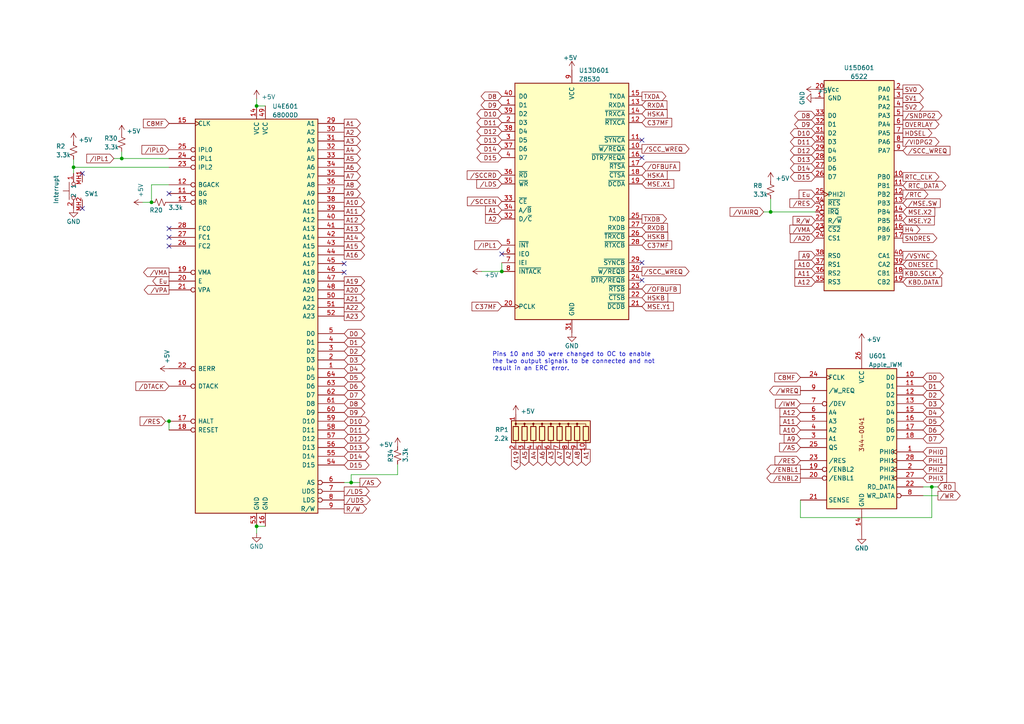
<source format=kicad_sch>
(kicad_sch (version 20211123) (generator eeschema)
  (paper "A4")
  (title_block (title "Schematic, Main Logic Board, 128k") (date "2023-01-28") (rev "Redraw 001") (company "Apple Computer") (comment 1 "050-0073-C") (comment 2 "Release"))
  (lib_symbols
    (symbol "CPU_NXP_68000:68000D" (pin_names (offset 0.762))
      (property "Reference" "U" (at 0 2.54 0))
      (property "Value" "68000D" (at 0 -3.81 0))
      (symbol "68000D_0_1"
        (rectangle (start -17.78 57.15) (end 17.78 -57.15) (stroke (width 0.254)) (fill (type background)))
      )
      (symbol "68000D_1_1"
        (pin bidirectional line (at 25.4 -15.24 180) (length 7.62) (name "D4") (number "1"))
        (pin input inverted (at -25.4 -20.32 0) (length 7.62) (name "DTACK") (number "10"))
        (pin output inverted (at -25.4 35.56 0) (length 7.62) (name "BG") (number "11"))
        (pin input inverted (at -25.4 38.1 0) (length 7.62) (name "BGACK") (number "12"))
        (pin input inverted (at -25.4 33.02 0) (length 7.62) (name "BR") (number "13"))
        (pin power_in line (at 0 60.96 270) (length 3.81) (name "VCC") (number "14"))
        (pin input clock (at -25.4 55.88 0) (length 7.62) (name "CLK") (number "15"))
        (pin power_in line (at 2.54 -60.96 90) (length 3.81) (name "GND") (number "16"))
        (pin bidirectional inverted (at -25.4 -30.48 0) (length 7.62) (name "HALT") (number "17"))
        (pin bidirectional inverted (at -25.4 -33.02 0) (length 7.62) (name "RESET") (number "18"))
        (pin output inverted (at -25.4 12.7 0) (length 7.62) (name "VMA") (number "19"))
        (pin bidirectional line (at 25.4 -12.7 180) (length 7.62) (name "D3") (number "2"))
        (pin output line (at -25.4 10.16 0) (length 7.62) (name "E") (number "20"))
        (pin input inverted (at -25.4 7.62 0) (length 7.62) (name "VPA") (number "21"))
        (pin input inverted (at -25.4 -15.24 0) (length 7.62) (name "BERR") (number "22"))
        (pin input inverted (at -25.4 43.18 0) (length 7.62) (name "IPL2") (number "23"))
        (pin input inverted (at -25.4 45.72 0) (length 7.62) (name "IPL1") (number "24"))
        (pin input inverted (at -25.4 48.26 0) (length 7.62) (name "IPL0") (number "25"))
        (pin output line (at -25.4 20.32 0) (length 7.62) (name "FC2") (number "26"))
        (pin output line (at -25.4 22.86 0) (length 7.62) (name "FC1") (number "27"))
        (pin output line (at -25.4 25.4 0) (length 7.62) (name "FC0") (number "28"))
        (pin output line (at 25.4 55.88 180) (length 7.62) (name "A1") (number "29"))
        (pin bidirectional line (at 25.4 -10.16 180) (length 7.62) (name "D2") (number "3"))
        (pin output line (at 25.4 53.34 180) (length 7.62) (name "A2") (number "30"))
        (pin output line (at 25.4 50.8 180) (length 7.62) (name "A3") (number "31"))
        (pin output line (at 25.4 48.26 180) (length 7.62) (name "A4") (number "32"))
        (pin output line (at 25.4 45.72 180) (length 7.62) (name "A5") (number "33"))
        (pin output line (at 25.4 43.18 180) (length 7.62) (name "A6") (number "34"))
        (pin output line (at 25.4 40.64 180) (length 7.62) (name "A7") (number "35"))
        (pin output line (at 25.4 38.1 180) (length 7.62) (name "A8") (number "36"))
        (pin output line (at 25.4 35.56 180) (length 7.62) (name "A9") (number "37"))
        (pin output line (at 25.4 33.02 180) (length 7.62) (name "A10") (number "38"))
        (pin output line (at 25.4 30.48 180) (length 7.62) (name "A11") (number "39"))
        (pin bidirectional line (at 25.4 -7.62 180) (length 7.62) (name "D1") (number "4"))
        (pin output line (at 25.4 27.94 180) (length 7.62) (name "A12") (number "40"))
        (pin output line (at 25.4 25.4 180) (length 7.62) (name "A13") (number "41"))
        (pin output line (at 25.4 22.86 180) (length 7.62) (name "A14") (number "42"))
        (pin output line (at 25.4 20.32 180) (length 7.62) (name "A15") (number "43"))
        (pin output line (at 25.4 17.78 180) (length 7.62) (name "A16") (number "44"))
        (pin output line (at 25.4 15.24 180) (length 7.62) (name "A17") (number "45"))
        (pin output line (at 25.4 12.7 180) (length 7.62) (name "A18") (number "46"))
        (pin output line (at 25.4 10.16 180) (length 7.62) (name "A19") (number "47"))
        (pin output line (at 25.4 7.62 180) (length 7.62) (name "A20") (number "48"))
        (pin power_in line (at 2.54 60.96 270) (length 3.81) (name "VCC") (number "49"))
        (pin bidirectional line (at 25.4 -5.08 180) (length 7.62) (name "D0") (number "5"))
        (pin output line (at 25.4 5.08 180) (length 7.62) (name "A21") (number "50"))
        (pin output line (at 25.4 2.54 180) (length 7.62) (name "A22") (number "51"))
        (pin output line (at 25.4 0 180) (length 7.62) (name "A23") (number "52"))
        (pin power_in line (at 0 -60.96 90) (length 3.81) (name "GND") (number "53"))
        (pin bidirectional line (at 25.4 -43.18 180) (length 7.62) (name "D15") (number "54"))
        (pin bidirectional line (at 25.4 -40.64 180) (length 7.62) (name "D14") (number "55"))
        (pin bidirectional line (at 25.4 -38.1 180) (length 7.62) (name "D13") (number "56"))
        (pin bidirectional line (at 25.4 -35.56 180) (length 7.62) (name "D12") (number "57"))
        (pin bidirectional line (at 25.4 -33.02 180) (length 7.62) (name "D11") (number "58"))
        (pin bidirectional line (at 25.4 -30.48 180) (length 7.62) (name "D10") (number "59"))
        (pin output inverted (at 25.4 -48.26 180) (length 7.62) (name "AS") (number "6"))
        (pin bidirectional line (at 25.4 -27.94 180) (length 7.62) (name "D9") (number "60"))
        (pin bidirectional line (at 25.4 -25.4 180) (length 7.62) (name "D8") (number "61"))
        (pin bidirectional line (at 25.4 -22.86 180) (length 7.62) (name "D7") (number "62"))
        (pin bidirectional line (at 25.4 -20.32 180) (length 7.62) (name "D6") (number "63"))
        (pin bidirectional line (at 25.4 -17.78 180) (length 7.62) (name "D5") (number "64"))
        (pin output inverted (at 25.4 -50.8 180) (length 7.62) (name "UDS") (number "7"))
        (pin output inverted (at 25.4 -53.34 180) (length 7.62) (name "LDS") (number "8"))
        (pin output line (at 25.4 -55.88 180) (length 7.62) (name "R/W") (number "9"))
      )
    )
    (symbol "Device:R_Network09" (pin_names (offset 0) hide)
      (property "Reference" "RN" (at -12.7 0 90))
      (property "Value" "R_Network09" (at 12.7 0 90))
      (symbol "R_Network09_0_1"
        (rectangle (start -11.43 -3.175) (end 11.43 3.175) (stroke (width 0.254)) (fill (type background)))
        (rectangle (start -10.922 1.524) (end -9.398 -2.54) (stroke (width 0.254)))
        (circle (center -10.16 2.286) (radius 0.254) (fill (type outline)))
        (rectangle (start -8.382 1.524) (end -6.858 -2.54) (stroke (width 0.254)))
        (circle (center -7.62 2.286) (radius 0.254) (fill (type outline)))
        (rectangle (start -5.842 1.524) (end -4.318 -2.54) (stroke (width 0.254)))
        (circle (center -5.08 2.286) (radius 0.254) (fill (type outline)))
        (rectangle (start -3.302 1.524) (end -1.778 -2.54) (stroke (width 0.254)))
        (circle (center -2.54 2.286) (radius 0.254) (fill (type outline)))
        (rectangle (start -0.762 1.524) (end 0.762 -2.54) (stroke (width 0.254)))
        (polyline (pts (xy -10.16 -2.54) (xy -10.16 -3.81)))
        (polyline (pts (xy -7.62 -2.54) (xy -7.62 -3.81)))
        (polyline (pts (xy -5.08 -2.54) (xy -5.08 -3.81)))
        (polyline (pts (xy -2.54 -2.54) (xy -2.54 -3.81)))
        (polyline (pts (xy 0 -2.54) (xy 0 -3.81)))
        (polyline (pts (xy 2.54 -2.54) (xy 2.54 -3.81)))
        (polyline (pts (xy 5.08 -2.54) (xy 5.08 -3.81)))
        (polyline (pts (xy 7.62 -2.54) (xy 7.62 -3.81)))
        (polyline (pts (xy 10.16 -2.54) (xy 10.16 -3.81)))
        (polyline (pts (xy -10.16 1.524) (xy -10.16 2.286) (xy -7.62 2.286) (xy -7.62 1.524)))
        (polyline (pts (xy -7.62 1.524) (xy -7.62 2.286) (xy -5.08 2.286) (xy -5.08 1.524)))
        (polyline (pts (xy -5.08 1.524) (xy -5.08 2.286) (xy -2.54 2.286) (xy -2.54 1.524)))
        (polyline (pts (xy -2.54 1.524) (xy -2.54 2.286) (xy 0 2.286) (xy 0 1.524)))
        (polyline (pts (xy 0 1.524) (xy 0 2.286) (xy 2.54 2.286) (xy 2.54 1.524)))
        (polyline (pts (xy 2.54 1.524) (xy 2.54 2.286) (xy 5.08 2.286) (xy 5.08 1.524)))
        (polyline (pts (xy 5.08 1.524) (xy 5.08 2.286) (xy 7.62 2.286) (xy 7.62 1.524)))
        (polyline (pts (xy 7.62 1.524) (xy 7.62 2.286) (xy 10.16 2.286) (xy 10.16 1.524)))
        (circle (center 0 2.286) (radius 0.254) (fill (type outline)))
        (rectangle (start 1.778 1.524) (end 3.302 -2.54) (stroke (width 0.254)))
        (circle (center 2.54 2.286) (radius 0.254) (fill (type outline)))
        (rectangle (start 4.318 1.524) (end 5.842 -2.54) (stroke (width 0.254)))
        (circle (center 5.08 2.286) (radius 0.254) (fill (type outline)))
        (rectangle (start 6.858 1.524) (end 8.382 -2.54) (stroke (width 0.254)))
        (circle (center 7.62 2.286) (radius 0.254) (fill (type outline)))
        (rectangle (start 9.398 1.524) (end 10.922 -2.54) (stroke (width 0.254)))
      )
      (symbol "R_Network09_1_1"
        (pin passive line (at -10.16 5.08 270) (length 2.54) (name "common") (number "1"))
        (pin passive line (at 10.16 -5.08 90) (length 1.27) (name "R9") (number "10"))
        (pin passive line (at -10.16 -5.08 90) (length 1.27) (name "R1") (number "2"))
        (pin passive line (at -7.62 -5.08 90) (length 1.27) (name "R2") (number "3"))
        (pin passive line (at -5.08 -5.08 90) (length 1.27) (name "R3") (number "4"))
        (pin passive line (at -2.54 -5.08 90) (length 1.27) (name "R4") (number "5"))
        (pin passive line (at 0 -5.08 90) (length 1.27) (name "R5") (number "6"))
        (pin passive line (at 2.54 -5.08 90) (length 1.27) (name "R6") (number "7"))
        (pin passive line (at 5.08 -5.08 90) (length 1.27) (name "R7") (number "8"))
        (pin passive line (at 7.62 -5.08 90) (length 1.27) (name "R8") (number "9"))
      )
    )
    (symbol "Device:R_Small_US" (pin_numbers hide) (pin_names (offset 0.254) hide)
      (property "Reference" "R" (at 0.762 0.508 0))
      (property "Value" "R_Small_US" (at 0.762 -1.016 0))
      (symbol "R_Small_US_1_1"
        (polyline (pts (xy 0 0) (xy 1.016 -0.381) (xy 0 -0.762) (xy -1.016 -1.143) (xy 0 -1.524)))
        (polyline (pts (xy 0 1.524) (xy 1.016 1.143) (xy 0 0.762) (xy -1.016 0.381) (xy 0 0)))
        (pin passive line (at 0 2.54 270) (length 1.016) (name "~") (number "1"))
        (pin passive line (at 0 -2.54 90) (length 1.016) (name "~") (number "2"))
      )
    )
    (symbol "Interface_UART:Z8530" (pin_names (offset 1.016))
      (property "Reference" "U" (at -16.51 35.56 0))
      (property "Value" "Z8530" (at 10.16 35.56 0))
      (symbol "Z8530_0_1"
        (rectangle (start -16.51 -34.29) (end 16.51 34.29) (stroke (width 0.254)) (fill (type background)))
      )
      (symbol "Z8530_1_1"
        (pin input line (at -20.32 27.94 0) (length 3.81) (name "D1") (number "1"))
        (pin open_collector line (at 20.32 15.24 180) (length 3.81) (name "~{W/REQA}") (number "10"))
        (pin bidirectional line (at 20.32 17.78 180) (length 3.81) (name "~{SYNCA}") (number "11"))
        (pin input line (at 20.32 22.86 180) (length 3.81) (name "~{RTXCA}") (number "12"))
        (pin input line (at 20.32 27.94 180) (length 3.81) (name "RXDA") (number "13"))
        (pin bidirectional line (at 20.32 25.4 180) (length 3.81) (name "~{TRXCA}") (number "14"))
        (pin output line (at 20.32 30.48 180) (length 3.81) (name "TXDA") (number "15"))
        (pin output line (at 20.32 12.7 180) (length 3.81) (name "~{DTR/REQA}") (number "16"))
        (pin output line (at 20.32 10.16 180) (length 3.81) (name "~{RTSA}") (number "17"))
        (pin input line (at 20.32 7.62 180) (length 3.81) (name "~{CTSA}") (number "18"))
        (pin input line (at 20.32 5.08 180) (length 3.81) (name "~{DCDA}") (number "19"))
        (pin input line (at -20.32 22.86 0) (length 3.81) (name "D3") (number "2"))
        (pin input clock (at -20.32 -30.48 0) (length 3.81) (name "PCLK") (number "20"))
        (pin input line (at 20.32 -30.48 180) (length 3.81) (name "~{DCDB}") (number "21"))
        (pin input line (at 20.32 -27.94 180) (length 3.81) (name "~{CTSB}") (number "22"))
        (pin output line (at 20.32 -25.4 180) (length 3.81) (name "~{RTSB}") (number "23"))
        (pin output line (at 20.32 -22.86 180) (length 3.81) (name "~{DTR/REQB}") (number "24"))
        (pin output line (at 20.32 -5.08 180) (length 3.81) (name "TXDB") (number "25"))
        (pin bidirectional line (at 20.32 -10.16 180) (length 3.81) (name "~{TRXCB}") (number "26"))
        (pin input line (at 20.32 -7.62 180) (length 3.81) (name "RXDB") (number "27"))
        (pin input line (at 20.32 -12.7 180) (length 3.81) (name "~{RTXCB}") (number "28"))
        (pin bidirectional line (at 20.32 -17.78 180) (length 3.81) (name "~{SYNCB}") (number "29"))
        (pin input line (at -20.32 17.78 0) (length 3.81) (name "D5") (number "3"))
        (pin open_collector line (at 20.32 -20.32 180) (length 3.81) (name "~{W/REQB}") (number "30"))
        (pin power_in line (at 0 -38.1 90) (length 3.81) (name "GND") (number "31"))
        (pin input line (at -20.32 -5.08 0) (length 3.81) (name "D/~{C}") (number "32"))
        (pin input line (at -20.32 0 0) (length 3.81) (name "~{CE}") (number "33"))
        (pin input line (at -20.32 -2.54 0) (length 3.81) (name "A/~{B}") (number "34"))
        (pin input line (at -20.32 5.08 0) (length 3.81) (name "~{WR}") (number "35"))
        (pin input line (at -20.32 7.62 0) (length 3.81) (name "~{RD}") (number "36"))
        (pin input line (at -20.32 15.24 0) (length 3.81) (name "D6") (number "37"))
        (pin input line (at -20.32 20.32 0) (length 3.81) (name "D4") (number "38"))
        (pin input line (at -20.32 25.4 0) (length 3.81) (name "D2") (number "39"))
        (pin input line (at -20.32 12.7 0) (length 3.81) (name "D7") (number "4"))
        (pin input line (at -20.32 30.48 0) (length 3.81) (name "D0") (number "40"))
        (pin open_collector line (at -20.32 -12.7 0) (length 3.81) (name "~{INT}") (number "5"))
        (pin output line (at -20.32 -15.24 0) (length 3.81) (name "IEO") (number "6"))
        (pin input line (at -20.32 -17.78 0) (length 3.81) (name "IEI") (number "7"))
        (pin input line (at -20.32 -20.32 0) (length 3.81) (name "~{INTACK}") (number "8"))
        (pin power_in line (at 0 38.1 270) (length 3.81) (name "VCC") (number "9"))
      )
    )
    (symbol "RAC_Custom2:Apple_IWM"
      (property "Reference" "U" (at -10.16 20.955 0))
      (property "Value" "Apple_IWM" (at 2.54 20.955 0))
      (symbol "Apple_IWM_0_0"
        (text "344-0041" (at 0 1.27 900) (effects (font (size 1.27 1.27))))
        (pin power_in line (at 0 -27.94 90) (length 7.62) (name "GND") (number "14"))
        (pin output clock (at 17.78 -6.35 180) (length 7.62) (name "PHI1") (number "28"))
      )
      (symbol "Apple_IWM_0_1"
        (rectangle (start -10.16 20.32) (end 10.16 -20.32) (stroke (width 0.254)) (fill (type background)))
      )
      (symbol "Apple_IWM_1_1"
        (pin output clock (at 17.78 -3.81 180) (length 7.62) (name "PHI0") (number "1"))
        (pin bidirectional line (at 17.78 17.78 180) (length 7.62) (name "D0") (number "10"))
        (pin bidirectional line (at 17.78 15.24 180) (length 7.62) (name "D1") (number "11"))
        (pin bidirectional line (at 17.78 12.7 180) (length 7.62) (name "D2") (number "12"))
        (pin bidirectional line (at 17.78 10.16 180) (length 7.62) (name "D3") (number "13"))
        (pin bidirectional line (at 17.78 7.62 180) (length 7.62) (name "D4") (number "15"))
        (pin bidirectional line (at 17.78 5.08 180) (length 7.62) (name "D5") (number "16"))
        (pin bidirectional line (at 17.78 2.54 180) (length 7.62) (name "D6") (number "17"))
        (pin bidirectional line (at 17.78 0 180) (length 7.62) (name "D7") (number "18"))
        (pin output inverted (at -17.78 -8.89 0) (length 7.62) (name "/ENBL2") (number "19"))
        (pin output clock (at 17.78 -8.89 180) (length 7.62) (name "PHI2") (number "2"))
        (pin output inverted (at -17.78 -11.43 0) (length 7.62) (name "/ENBL1") (number "20"))
        (pin input line (at -17.78 -17.78 0) (length 7.62) (name "SENSE") (number "21"))
        (pin input line (at 17.78 -13.97 180) (length 7.62) (name "RD_DATA") (number "22"))
        (pin input line (at -17.78 -6.35 0) (length 7.62) (name "/RES") (number "23"))
        (pin input clock (at -17.78 17.78 0) (length 7.62) (name "FCLK") (number "24"))
        (pin input line (at -17.78 -2.54 0) (length 7.62) (name "QS") (number "25"))
        (pin power_in line (at 0 27.94 270) (length 7.62) (name "VCC") (number "26"))
        (pin output clock (at 17.78 -11.43 180) (length 7.62) (name "PHI3") (number "27"))
        (pin input line (at -17.78 0 0) (length 7.62) (name "A1") (number "3"))
        (pin input line (at -17.78 2.54 0) (length 7.62) (name "A2") (number "4"))
        (pin input line (at -17.78 5.08 0) (length 7.62) (name "A3") (number "5"))
        (pin input line (at -17.78 7.62 0) (length 7.62) (name "A4") (number "6"))
        (pin input inverted (at -17.78 10.16 0) (length 7.62) (name "/DEV") (number "7"))
        (pin output inverted (at 17.78 -16.51 180) (length 7.62) (name "WR_DATA") (number "8"))
        (pin output line (at -17.78 13.97 0) (length 7.62) (name "/W_REQ") (number "9"))
      )
    )
    (symbol "RAC_Custom2:SW_Push_MH"
      (property "Reference" "SW" (at 0 6.35 0))
      (property "Value" "SW_Push_MH" (at 0 -8.89 0))
      (symbol "SW_Push_MH_0_0"
        (pin passive line (at -5.08 -2.54 0) (length 2.54) (name "") (number "MH1"))
        (pin passive line (at 5.08 -2.54 180) (length 2.54) (name "") (number "MH2"))
      )
      (symbol "SW_Push_MH_0_1"
        (circle (center -2.032 0) (radius 0.508))
        (polyline (pts (xy 0 1.27) (xy 0 3.048)))
        (polyline (pts (xy 2.54 1.27) (xy -2.54 1.27)))
        (circle (center 2.032 0) (radius 0.508))
        (pin passive line (at -5.08 0 0) (length 2.54) (name "1") (number "1"))
        (pin passive line (at 5.08 0 180) (length 2.54) (name "2") (number "2"))
      )
    )
    (symbol "RAC_Custom:6522" (pin_names (offset 1.016))
      (property "Reference" "U" (at -7.62 34.29 0))
      (property "Value" "6522" (at 10.414 34.29 0))
      (symbol "6522_0_0"
        (pin input inverted (at -12.7 -2.54 0) (length 2.54) (name "~{RES}") (number "34"))
        (pin input line (at -12.7 -25.4 0) (length 2.54) (name "RS3") (number "35"))
      )
      (symbol "6522_0_1"
        (rectangle (start -10.16 -27.94) (end 10.16 33.02) (stroke (width 0.254)) (fill (type background)))
      )
      (symbol "6522_1_1"
        (pin power_in line (at -12.7 27.94 0) (length 2.54) (name "GND") (number "1"))
        (pin bidirectional line (at 12.7 5.08 180) (length 2.54) (name "PB0") (number "10"))
        (pin bidirectional line (at 12.7 2.54 180) (length 2.54) (name "PB1") (number "11"))
        (pin bidirectional line (at 12.7 0 180) (length 2.54) (name "PB2") (number "12"))
        (pin bidirectional line (at 12.7 -2.54 180) (length 2.54) (name "PB3") (number "13"))
        (pin bidirectional line (at 12.7 -5.08 180) (length 2.54) (name "PB4") (number "14"))
        (pin bidirectional line (at 12.7 -7.62 180) (length 2.54) (name "PB5") (number "15"))
        (pin bidirectional line (at 12.7 -10.16 180) (length 2.54) (name "PB6") (number "16"))
        (pin bidirectional line (at 12.7 -12.7 180) (length 2.54) (name "PB7") (number "17"))
        (pin input line (at 12.7 -22.86 180) (length 2.54) (name "CB1") (number "18"))
        (pin bidirectional line (at 12.7 -25.4 180) (length 2.54) (name "CB2") (number "19"))
        (pin bidirectional line (at 12.7 30.48 180) (length 2.54) (name "PA0") (number "2"))
        (pin power_in line (at -12.7 30.48 0) (length 2.54) (name "Vcc") (number "20"))
        (pin output inverted (at -12.7 -5.08 0) (length 2.54) (name "~{IRQ}") (number "21"))
        (pin input line (at -12.7 -7.62 0) (length 2.54) (name "R/~{W}") (number "22"))
        (pin input inverted (at -12.7 -10.16 0) (length 2.54) (name "~{CS2}") (number "23"))
        (pin input line (at -12.7 -12.7 0) (length 2.54) (name "CS1") (number "24"))
        (pin input clock (at -12.7 0 0) (length 2.54) (name "PHI2I") (number "25"))
        (pin bidirectional line (at -12.7 5.08 0) (length 2.54) (name "D7") (number "26"))
        (pin bidirectional line (at -12.7 7.62 0) (length 2.54) (name "D6") (number "27"))
        (pin bidirectional line (at -12.7 10.16 0) (length 2.54) (name "D5") (number "28"))
        (pin bidirectional line (at -12.7 12.7 0) (length 2.54) (name "D4") (number "29"))
        (pin bidirectional line (at 12.7 27.94 180) (length 2.54) (name "PA1") (number "3"))
        (pin bidirectional line (at -12.7 15.24 0) (length 2.54) (name "D3") (number "30"))
        (pin bidirectional line (at -12.7 17.78 0) (length 2.54) (name "D2") (number "31"))
        (pin bidirectional line (at -12.7 20.32 0) (length 2.54) (name "D1") (number "32"))
        (pin bidirectional line (at -12.7 22.86 0) (length 2.54) (name "D0") (number "33"))
        (pin input line (at -12.7 -22.86 0) (length 2.54) (name "RS2") (number "36"))
        (pin input line (at -12.7 -20.32 0) (length 2.54) (name "RS1") (number "37"))
        (pin input line (at -12.7 -17.78 0) (length 2.54) (name "RS0") (number "38"))
        (pin bidirectional line (at 12.7 -20.32 180) (length 2.54) (name "CA2") (number "39"))
        (pin bidirectional line (at 12.7 25.4 180) (length 2.54) (name "PA2") (number "4"))
        (pin input line (at 12.7 -17.78 180) (length 2.54) (name "CA1") (number "40"))
        (pin bidirectional line (at 12.7 22.86 180) (length 2.54) (name "PA3") (number "5"))
        (pin bidirectional line (at 12.7 20.32 180) (length 2.54) (name "PA4") (number "6"))
        (pin bidirectional line (at 12.7 17.78 180) (length 2.54) (name "PA5") (number "7"))
        (pin bidirectional line (at 12.7 15.24 180) (length 2.54) (name "PA6") (number "8"))
        (pin bidirectional line (at 12.7 12.7 180) (length 2.54) (name "PA7") (number "9"))
      )
    )
    (symbol "power:+5V" (power) (pin_names (offset 0))
      (property "Value" "+5V" (at 0 3.556 0))
      (symbol "+5V_0_1"
        (polyline (pts (xy -0.762 1.27) (xy 0 2.54)))
        (polyline (pts (xy 0 0) (xy 0 2.54)))
        (polyline (pts (xy 0 2.54) (xy 0.762 1.27)))
      )
      (symbol "+5V_1_1"
        (pin power_in line (at 0 0 90) (length 0) hide (name "+5V") (number "1"))
      )
    )
    (symbol "power:GND" (power) (pin_names (offset 0))
      (property "Value" "GND" (at 0 -3.81 0))
      (symbol "GND_0_1"
        (polyline (pts (xy 0 0) (xy 0 -1.27) (xy 1.27 -1.27) (xy 0 -2.54) (xy -1.27 -1.27) (xy 0 -1.27)))
      )
      (symbol "GND_1_1"
        (pin power_in line (at 0 0 270) (length 0) hide (name "GND") (number "1"))
      )
    )
  )
  (junction (at 35.306 45.974))
  (junction (at 270.256 141.224))
  (junction (at 49.022 122.174))
  (junction (at 223.52 61.468))
  (junction (at 101.854 139.954))
  (junction (at 21.336 48.514))
  (junction (at 43.942 58.674))
  (junction (at 74.422 30.734))
  (junction (at 145.542 78.74))
  (junction (at 74.422 152.654))
  (no_connect (at 145.542 73.66))
  (no_connect (at 49.022 71.374))
  (no_connect (at 99.822 78.994))
  (no_connect (at 99.822 76.454))
  (no_connect (at 49.022 56.134))
  (no_connect (at 186.182 76.2))
  (no_connect (at 23.876 60.452))
  (no_connect (at 186.182 40.64))
  (no_connect (at 49.022 68.834))
  (no_connect (at 23.876 50.292))
  (no_connect (at 186.182 81.28))
  (no_connect (at 186.182 45.72))
  (no_connect (at 49.022 66.294))
  (wire (pts (xy 232.156 150.114) (xy 270.256 150.114)))
  (wire (pts (xy 74.422 152.654) (xy 76.962 152.654)))
  (wire (pts (xy 74.422 152.654) (xy 74.422 154.686)))
  (wire (pts (xy 35.306 43.942) (xy 35.306 45.974)))
  (wire (pts (xy 270.256 150.114) (xy 270.256 141.224)))
  (wire (pts (xy 21.336 46.228) (xy 21.336 48.514)))
  (wire (pts (xy 49.022 122.174) (xy 49.022 124.714)))
  (wire (pts (xy 221.488 61.468) (xy 223.52 61.468)))
  (wire (pts (xy 43.942 53.594) (xy 43.942 58.674)))
  (wire (pts (xy 33.02 45.974) (xy 35.306 45.974)))
  (wire (pts (xy 74.422 30.734) (xy 76.962 30.734)))
  (wire (pts (xy 270.256 141.224) (xy 272.034 141.224)))
  (wire (pts (xy 223.52 61.468) (xy 236.474 61.468)))
  (wire (pts (xy 99.822 139.954) (xy 101.854 139.954)))
  (wire (pts (xy 267.716 143.764) (xy 272.034 143.764)))
  (wire (pts (xy 115.316 137.668) (xy 101.854 137.668)))
  (wire (pts (xy 139.7 78.74) (xy 145.542 78.74)))
  (wire (pts (xy 48.006 122.174) (xy 49.022 122.174)))
  (wire (pts (xy 101.854 137.668) (xy 101.854 139.954)))
  (wire (pts (xy 101.854 139.954) (xy 104.394 139.954)))
  (wire (pts (xy 223.52 57.658) (xy 223.52 61.468)))
  (wire (pts (xy 145.542 76.2) (xy 145.542 78.74)))
  (wire (pts (xy 270.256 141.224) (xy 267.716 141.224)))
  (wire (pts (xy 232.156 145.034) (xy 232.156 150.114)))
  (wire (pts (xy 21.336 48.514) (xy 21.336 50.292)))
  (wire (pts (xy 49.022 48.514) (xy 21.336 48.514)))
  (wire (pts (xy 49.022 53.594) (xy 43.942 53.594)))
  (wire (pts (xy 35.306 45.974) (xy 49.022 45.974)))
  (wire (pts (xy 41.402 58.674) (xy 43.942 58.674)))
  (wire (pts (xy 115.316 134.62) (xy 115.316 137.668)))
  (wire (pts (xy 74.422 28.702) (xy 74.422 30.734)))
  (text "Pins 10 and 30 were changed to OC to enable\nthe two output signals to be connected and not\nresult in an ERC error." (at 142.748 107.696 0) (effects (font (size 1.27 1.27)) (justify left bottom)))
  (global_label "D11" (shape bidirectional) (at 236.474 41.148 180) (property "Intersheet References" "${INTERSHEET_REFS}" (effects hide)))
  (global_label "R{slash}W" (shape output) (at 99.822 147.574 0) (property "Intersheet References" "${INTERSHEET_REFS}" (effects hide)))
  (global_label "{slash}SCC_WREQ" (shape output) (at 186.182 78.74 0) (property "Intersheet References" "${INTERSHEET_REFS}" (effects hide)))
  (global_label "TXDB" (shape output) (at 186.182 63.5 0) (property "Intersheet References" "${INTERSHEET_REFS}" (effects hide)))
  (global_label "D5" (shape bidirectional) (at 99.822 109.474 0) (property "Intersheet References" "${INTERSHEET_REFS}" (effects hide)))
  (global_label "{slash}MSE.SW" (shape input) (at 261.874 58.928 0) (property "Intersheet References" "${INTERSHEET_REFS}" (effects hide)))
  (global_label "RXDB" (shape input) (at 186.182 66.04 0) (property "Intersheet References" "${INTERSHEET_REFS}" (effects hide)))
  (global_label "{slash}WR" (shape output) (at 272.034 143.764 0) (property "Intersheet References" "${INTERSHEET_REFS}" (effects hide)))
  (global_label "D6" (shape bidirectional) (at 267.716 124.714 0) (property "Intersheet References" "${INTERSHEET_REFS}" (effects hide)))
  (global_label "H4" (shape output) (at 261.874 66.548 0) (property "Intersheet References" "${INTERSHEET_REFS}" (effects hide)))
  (global_label "A8" (shape output) (at 167.386 130.302 270) (property "Intersheet References" "${INTERSHEET_REFS}" (effects hide)))
  (global_label "{slash}RTC" (shape output) (at 261.874 56.388 0) (property "Intersheet References" "${INTERSHEET_REFS}" (effects hide)))
  (global_label "{slash}IPL1" (shape input) (at 33.02 45.974 180) (property "Intersheet References" "${INTERSHEET_REFS}" (effects hide)))
  (global_label "{slash}LDS" (shape input) (at 145.542 53.34 180) (property "Intersheet References" "${INTERSHEET_REFS}" (effects hide)))
  (global_label "A6" (shape output) (at 99.822 48.514 0) (property "Intersheet References" "${INTERSHEET_REFS}" (effects hide)))
  (global_label "{slash}VMA" (shape input) (at 236.474 66.548 180) (property "Intersheet References" "${INTERSHEET_REFS}" (effects hide)))
  (global_label "D3" (shape bidirectional) (at 267.716 117.094 0) (property "Intersheet References" "${INTERSHEET_REFS}" (effects hide)))
  (global_label "Eu" (shape output) (at 49.022 81.534 180) (property "Intersheet References" "${INTERSHEET_REFS}" (effects hide)))
  (global_label "A12" (shape output) (at 99.822 63.754 0) (property "Intersheet References" "${INTERSHEET_REFS}" (effects hide)))
  (global_label "R{slash}W" (shape input) (at 236.474 64.008 180) (property "Intersheet References" "${INTERSHEET_REFS}" (effects hide)))
  (global_label "{slash}ENBL1" (shape output) (at 232.156 136.144 180) (property "Intersheet References" "${INTERSHEET_REFS}" (effects hide)))
  (global_label "A10" (shape input) (at 232.156 124.714 180) (property "Intersheet References" "${INTERSHEET_REFS}" (effects hide)))
  (global_label "A7" (shape output) (at 162.306 130.302 270) (property "Intersheet References" "${INTERSHEET_REFS}" (effects hide)))
  (global_label "{slash}DTACK" (shape input) (at 49.022 112.014 180) (property "Intersheet References" "${INTERSHEET_REFS}" (effects hide)))
  (global_label "PHI2" (shape input) (at 267.716 136.144 0) (property "Intersheet References" "${INTERSHEET_REFS}" (effects hide)))
  (global_label "D2" (shape bidirectional) (at 99.822 101.854 0) (property "Intersheet References" "${INTERSHEET_REFS}" (effects hide)))
  (global_label "A9" (shape output) (at 99.822 56.134 0) (property "Intersheet References" "${INTERSHEET_REFS}" (effects hide)))
  (global_label "{slash}SCC_WREQ" (shape output) (at 186.182 43.18 0) (property "Intersheet References" "${INTERSHEET_REFS}" (effects hide)))
  (global_label "RD" (shape input) (at 272.034 141.224 0) (property "Intersheet References" "${INTERSHEET_REFS}" (effects hide)))
  (global_label "HSKB" (shape input) (at 186.182 86.36 0) (property "Intersheet References" "${INTERSHEET_REFS}" (effects hide)))
  (global_label "{slash}AS" (shape input) (at 232.156 129.794 180) (property "Intersheet References" "${INTERSHEET_REFS}" (effects hide)))
  (global_label "D15" (shape bidirectional) (at 236.474 51.308 180) (property "Intersheet References" "${INTERSHEET_REFS}" (effects hide)))
  (global_label "{slash}VIDPG2" (shape output) (at 261.874 41.148 0) (property "Intersheet References" "${INTERSHEET_REFS}" (effects hide)))
  (global_label "D9" (shape bidirectional) (at 236.474 36.068 180) (property "Intersheet References" "${INTERSHEET_REFS}" (effects hide)))
  (global_label "SV0" (shape output) (at 261.874 25.908 0) (property "Intersheet References" "${INTERSHEET_REFS}" (effects hide)))
  (global_label "D9" (shape bidirectional) (at 99.822 119.634 0) (property "Intersheet References" "${INTERSHEET_REFS}" (effects hide)))
  (global_label "A12" (shape input) (at 236.474 81.788 180) (property "Intersheet References" "${INTERSHEET_REFS}" (effects hide)))
  (global_label "{slash}SCCRD" (shape input) (at 145.542 50.8 180) (property "Intersheet References" "${INTERSHEET_REFS}" (effects hide)))
  (global_label "{slash}VMA" (shape output) (at 49.022 78.994 180) (property "Intersheet References" "${INTERSHEET_REFS}" (effects hide)))
  (global_label "A8" (shape output) (at 99.822 53.594 0) (property "Intersheet References" "${INTERSHEET_REFS}" (effects hide)))
  (global_label "D8" (shape bidirectional) (at 145.542 27.94 180) (property "Intersheet References" "${INTERSHEET_REFS}" (effects hide)))
  (global_label "A1" (shape output) (at 99.822 35.814 0) (property "Intersheet References" "${INTERSHEET_REFS}" (effects hide)))
  (global_label "D0" (shape bidirectional) (at 99.822 96.774 0) (property "Intersheet References" "${INTERSHEET_REFS}" (effects hide)))
  (global_label "C8MF" (shape input) (at 232.156 109.474 180) (property "Intersheet References" "${INTERSHEET_REFS}" (effects hide)))
  (global_label "A7" (shape output) (at 99.822 51.054 0) (property "Intersheet References" "${INTERSHEET_REFS}" (effects hide)))
  (global_label "{slash}OFBUFA" (shape input) (at 186.182 48.26 0) (property "Intersheet References" "${INTERSHEET_REFS}" (effects hide)))
  (global_label "A2" (shape output) (at 99.822 38.354 0) (property "Intersheet References" "${INTERSHEET_REFS}" (effects hide)))
  (global_label "{slash}VPA" (shape output) (at 49.022 84.074 180) (property "Intersheet References" "${INTERSHEET_REFS}" (effects hide)))
  (global_label "D5" (shape bidirectional) (at 267.716 122.174 0) (property "Intersheet References" "${INTERSHEET_REFS}" (effects hide)))
  (global_label "A9" (shape input) (at 236.474 74.168 180) (property "Intersheet References" "${INTERSHEET_REFS}" (effects hide)))
  (global_label "D15" (shape bidirectional) (at 145.542 45.72 180) (property "Intersheet References" "${INTERSHEET_REFS}" (effects hide)))
  (global_label "D8" (shape bidirectional) (at 99.822 117.094 0) (property "Intersheet References" "${INTERSHEET_REFS}" (effects hide)))
  (global_label "HSKA" (shape input) (at 186.182 33.02 0) (property "Intersheet References" "${INTERSHEET_REFS}" (effects hide)))
  (global_label "KBD.SCLK" (shape output) (at 261.874 79.248 0) (property "Intersheet References" "${INTERSHEET_REFS}" (effects hide)))
  (global_label "{slash}VIAIRQ" (shape input) (at 221.488 61.468 180) (property "Intersheet References" "${INTERSHEET_REFS}" (effects hide)))
  (global_label "A13" (shape output) (at 99.822 66.294 0) (property "Intersheet References" "${INTERSHEET_REFS}" (effects hide)))
  (global_label "D12" (shape bidirectional) (at 99.822 127.254 0) (property "Intersheet References" "${INTERSHEET_REFS}" (effects hide)))
  (global_label "D13" (shape bidirectional) (at 99.822 129.794 0) (property "Intersheet References" "${INTERSHEET_REFS}" (effects hide)))
  (global_label "MSE.X2" (shape input) (at 261.874 61.468 0) (property "Intersheet References" "${INTERSHEET_REFS}" (effects hide)))
  (global_label "{slash}SCC_WREQ" (shape input) (at 261.874 43.688 0) (property "Intersheet References" "${INTERSHEET_REFS}" (effects hide)))
  (global_label "A2" (shape input) (at 145.542 63.5 180) (property "Intersheet References" "${INTERSHEET_REFS}" (effects hide)))
  (global_label "ONESEC" (shape input) (at 261.874 76.708 0) (property "Intersheet References" "${INTERSHEET_REFS}" (effects hide)))
  (global_label "A4" (shape output) (at 99.822 43.434 0) (property "Intersheet References" "${INTERSHEET_REFS}" (effects hide)))
  (global_label "RTC_CLK" (shape output) (at 261.874 51.308 0) (property "Intersheet References" "${INTERSHEET_REFS}" (effects hide)))
  (global_label "D9" (shape bidirectional) (at 145.542 30.48 180) (property "Intersheet References" "${INTERSHEET_REFS}" (effects hide)))
  (global_label "D15" (shape bidirectional) (at 99.822 134.874 0) (property "Intersheet References" "${INTERSHEET_REFS}" (effects hide)))
  (global_label "A11" (shape input) (at 232.156 122.174 180) (property "Intersheet References" "${INTERSHEET_REFS}" (effects hide)))
  (global_label "{slash}RES" (shape input) (at 48.006 122.174 180) (property "Intersheet References" "${INTERSHEET_REFS}" (effects hide)))
  (global_label "TXDA" (shape output) (at 186.182 27.94 0) (property "Intersheet References" "${INTERSHEET_REFS}" (effects hide)))
  (global_label "KBD.DATA" (shape input) (at 261.874 81.788 0) (property "Intersheet References" "${INTERSHEET_REFS}" (effects hide)))
  (global_label "{slash}RES" (shape input) (at 232.156 133.604 180) (property "Intersheet References" "${INTERSHEET_REFS}" (effects hide)))
  (global_label "{slash}LDS" (shape output) (at 99.822 142.494 0) (property "Intersheet References" "${INTERSHEET_REFS}" (effects hide)))
  (global_label "A10" (shape input) (at 236.474 76.708 180) (property "Intersheet References" "${INTERSHEET_REFS}" (effects hide)))
  (global_label "D6" (shape bidirectional) (at 99.822 112.014 0) (property "Intersheet References" "${INTERSHEET_REFS}" (effects hide)))
  (global_label "PHI3" (shape input) (at 267.716 138.684 0) (property "Intersheet References" "${INTERSHEET_REFS}" (effects hide)))
  (global_label "D4" (shape bidirectional) (at 267.716 119.634 0) (property "Intersheet References" "${INTERSHEET_REFS}" (effects hide)))
  (global_label "D11" (shape bidirectional) (at 99.822 124.714 0) (property "Intersheet References" "${INTERSHEET_REFS}" (effects hide)))
  (global_label "D0" (shape bidirectional) (at 267.716 109.474 0) (property "Intersheet References" "${INTERSHEET_REFS}" (effects hide)))
  (global_label "RXDA" (shape input) (at 186.182 30.48 0) (property "Intersheet References" "${INTERSHEET_REFS}" (effects hide)))
  (global_label "{slash}WREQ" (shape output) (at 232.156 113.284 180) (property "Intersheet References" "${INTERSHEET_REFS}" (effects hide)))
  (global_label "HSKB" (shape input) (at 186.182 68.58 0) (property "Intersheet References" "${INTERSHEET_REFS}" (effects hide)))
  (global_label "A19" (shape output) (at 149.606 130.302 270) (property "Intersheet References" "${INTERSHEET_REFS}" (effects hide)))
  (global_label "{slash}AS" (shape output) (at 104.394 139.954 0) (property "Intersheet References" "${INTERSHEET_REFS}" (effects hide)))
  (global_label "A21" (shape output) (at 99.822 86.614 0) (property "Intersheet References" "${INTERSHEET_REFS}" (effects hide)))
  (global_label "A10" (shape output) (at 99.822 58.674 0) (property "Intersheet References" "${INTERSHEET_REFS}" (effects hide)))
  (global_label "A20" (shape output) (at 99.822 84.074 0) (property "Intersheet References" "${INTERSHEET_REFS}" (effects hide)))
  (global_label "A3" (shape output) (at 99.822 40.894 0) (property "Intersheet References" "${INTERSHEET_REFS}" (effects hide)))
  (global_label "A23" (shape output) (at 99.822 91.694 0) (property "Intersheet References" "${INTERSHEET_REFS}" (effects hide)))
  (global_label "D2" (shape bidirectional) (at 267.716 114.554 0) (property "Intersheet References" "${INTERSHEET_REFS}" (effects hide)))
  (global_label "A9" (shape input) (at 232.156 127.254 180) (property "Intersheet References" "${INTERSHEET_REFS}" (effects hide)))
  (global_label "PHI0" (shape input) (at 267.716 131.064 0) (property "Intersheet References" "${INTERSHEET_REFS}" (effects hide)))
  (global_label "A6" (shape output) (at 157.226 130.302 270) (property "Intersheet References" "${INTERSHEET_REFS}" (effects hide)))
  (global_label "D10" (shape bidirectional) (at 145.542 33.02 180) (property "Intersheet References" "${INTERSHEET_REFS}" (effects hide)))
  (global_label "D11" (shape bidirectional) (at 145.542 35.56 180) (property "Intersheet References" "${INTERSHEET_REFS}" (effects hide)))
  (global_label "A1" (shape input) (at 145.542 60.96 180) (property "Intersheet References" "${INTERSHEET_REFS}" (effects hide)))
  (global_label "D7" (shape bidirectional) (at 267.716 127.254 0) (property "Intersheet References" "${INTERSHEET_REFS}" (effects hide)))
  (global_label "D12" (shape bidirectional) (at 236.474 43.688 180) (property "Intersheet References" "${INTERSHEET_REFS}" (effects hide)))
  (global_label "A14" (shape output) (at 99.822 68.834 0) (property "Intersheet References" "${INTERSHEET_REFS}" (effects hide)))
  (global_label "A11" (shape output) (at 99.822 61.214 0) (property "Intersheet References" "${INTERSHEET_REFS}" (effects hide)))
  (global_label "A12" (shape input) (at 232.156 119.634 180) (property "Intersheet References" "${INTERSHEET_REFS}" (effects hide)))
  (global_label "D14" (shape bidirectional) (at 236.474 48.768 180) (property "Intersheet References" "${INTERSHEET_REFS}" (effects hide)))
  (global_label "C37MF" (shape input) (at 145.542 88.9 180) (property "Intersheet References" "${INTERSHEET_REFS}" (effects hide)))
  (global_label "{slash}SNDPG2" (shape output) (at 261.874 33.528 0) (property "Intersheet References" "${INTERSHEET_REFS}" (effects hide)))
  (global_label "MSE.X1" (shape input) (at 186.182 53.34 0) (property "Intersheet References" "${INTERSHEET_REFS}" (effects hide)))
  (global_label "SV2" (shape output) (at 261.874 30.988 0) (property "Intersheet References" "${INTERSHEET_REFS}" (effects hide)))
  (global_label "MSE.Y1" (shape input) (at 186.182 88.9 0) (property "Intersheet References" "${INTERSHEET_REFS}" (effects hide)))
  (global_label "A2" (shape output) (at 164.846 130.302 270) (property "Intersheet References" "${INTERSHEET_REFS}" (effects hide)))
  (global_label "A15" (shape output) (at 99.822 71.374 0) (property "Intersheet References" "${INTERSHEET_REFS}" (effects hide)))
  (global_label "{slash}VSYNC" (shape output) (at 261.874 74.168 0) (property "Intersheet References" "${INTERSHEET_REFS}" (effects hide)))
  (global_label "A22" (shape output) (at 99.822 89.154 0) (property "Intersheet References" "${INTERSHEET_REFS}" (effects hide)))
  (global_label "{slash}IPL1" (shape input) (at 145.542 71.12 180) (property "Intersheet References" "${INTERSHEET_REFS}" (effects hide)))
  (global_label "A5" (shape output) (at 99.822 45.974 0) (property "Intersheet References" "${INTERSHEET_REFS}" (effects hide)))
  (global_label "{slash}RES" (shape input) (at 236.474 58.928 180) (property "Intersheet References" "${INTERSHEET_REFS}" (effects hide)))
  (global_label "D10" (shape bidirectional) (at 236.474 38.608 180) (property "Intersheet References" "${INTERSHEET_REFS}" (effects hide)))
  (global_label "D13" (shape bidirectional) (at 145.542 40.64 180) (property "Intersheet References" "${INTERSHEET_REFS}" (effects hide)))
  (global_label "D10" (shape bidirectional) (at 99.822 122.174 0) (property "Intersheet References" "${INTERSHEET_REFS}" (effects hide)))
  (global_label "A5" (shape output) (at 152.146 130.302 270) (property "Intersheet References" "${INTERSHEET_REFS}" (effects hide)))
  (global_label "D4" (shape bidirectional) (at 99.822 106.934 0) (property "Intersheet References" "${INTERSHEET_REFS}" (effects hide)))
  (global_label "{slash}OFBUFB" (shape input) (at 186.182 83.82 0) (property "Intersheet References" "${INTERSHEET_REFS}" (effects hide)))
  (global_label "C37MF" (shape input) (at 186.182 35.56 0) (property "Intersheet References" "${INTERSHEET_REFS}" (effects hide)))
  (global_label "OVERLAY" (shape output) (at 261.874 36.068 0) (property "Intersheet References" "${INTERSHEET_REFS}" (effects hide)))
  (global_label "{slash}UDS" (shape output) (at 99.822 145.034 0) (property "Intersheet References" "${INTERSHEET_REFS}" (effects hide)))
  (global_label "D1" (shape bidirectional) (at 267.716 112.014 0) (property "Intersheet References" "${INTERSHEET_REFS}" (effects hide)))
  (global_label "{slash}IPL0" (shape input) (at 49.022 43.434 180) (property "Intersheet References" "${INTERSHEET_REFS}" (effects hide)))
  (global_label "{slash}A20" (shape input) (at 236.474 69.088 180) (property "Intersheet References" "${INTERSHEET_REFS}" (effects hide)))
  (global_label "A19" (shape output) (at 99.822 81.534 0) (property "Intersheet References" "${INTERSHEET_REFS}" (effects hide)))
  (global_label "RTC_DATA" (shape bidirectional) (at 261.874 53.848 0) (property "Intersheet References" "${INTERSHEET_REFS}" (effects hide)))
  (global_label "{slash}SCCEN" (shape input) (at 145.542 58.42 180) (property "Intersheet References" "${INTERSHEET_REFS}" (effects hide)))
  (global_label "A1" (shape output) (at 169.926 130.302 270) (property "Intersheet References" "${INTERSHEET_REFS}" (effects hide)))
  (global_label "{slash}ENBL2" (shape output) (at 232.156 138.684 180) (property "Intersheet References" "${INTERSHEET_REFS}" (effects hide)))
  (global_label "MSE.Y2" (shape input) (at 261.874 64.008 0) (property "Intersheet References" "${INTERSHEET_REFS}" (effects hide)))
  (global_label "D3" (shape bidirectional) (at 99.822 104.394 0) (property "Intersheet References" "${INTERSHEET_REFS}" (effects hide)))
  (global_label "A11" (shape input) (at 236.474 79.248 180) (property "Intersheet References" "${INTERSHEET_REFS}" (effects hide)))
  (global_label "D12" (shape bidirectional) (at 145.542 38.1 180) (property "Intersheet References" "${INTERSHEET_REFS}" (effects hide)))
  (global_label "PHI1" (shape input) (at 267.716 133.604 0) (property "Intersheet References" "${INTERSHEET_REFS}" (effects hide)))
  (global_label "D14" (shape bidirectional) (at 99.822 132.334 0) (property "Intersheet References" "${INTERSHEET_REFS}" (effects hide)))
  (global_label "D8" (shape bidirectional) (at 236.474 33.528 180) (property "Intersheet References" "${INTERSHEET_REFS}" (effects hide)))
  (global_label "A3" (shape output) (at 159.766 130.302 270) (property "Intersheet References" "${INTERSHEET_REFS}" (effects hide)))
  (global_label "D14" (shape bidirectional) (at 145.542 43.18 180) (property "Intersheet References" "${INTERSHEET_REFS}" (effects hide)))
  (global_label "C8MF" (shape input) (at 49.022 35.814 180) (property "Intersheet References" "${INTERSHEET_REFS}" (effects hide)))
  (global_label "C37MF" (shape input) (at 186.182 71.12 0) (property "Intersheet References" "${INTERSHEET_REFS}" (effects hide)))
  (global_label "HSKA" (shape input) (at 186.182 50.8 0) (property "Intersheet References" "${INTERSHEET_REFS}" (effects hide)))
  (global_label "D13" (shape bidirectional) (at 236.474 46.228 180) (property "Intersheet References" "${INTERSHEET_REFS}" (effects hide)))
  (global_label "D1" (shape bidirectional) (at 99.822 99.314 0) (property "Intersheet References" "${INTERSHEET_REFS}" (effects hide)))
  (global_label "{slash}IWM" (shape input) (at 232.156 117.094 180) (property "Intersheet References" "${INTERSHEET_REFS}" (effects hide)))
  (global_label "HDSEL" (shape output) (at 261.874 38.608 0) (property "Intersheet References" "${INTERSHEET_REFS}" (effects hide)))
  (global_label "Eu" (shape input) (at 236.474 56.388 180) (property "Intersheet References" "${INTERSHEET_REFS}" (effects hide)))
  (global_label "SNDRES" (shape output) (at 261.874 69.088 0) (property "Intersheet References" "${INTERSHEET_REFS}" (effects hide)))
  (global_label "A16" (shape output) (at 99.822 73.914 0) (property "Intersheet References" "${INTERSHEET_REFS}" (effects hide)))
  (global_label "A4" (shape output) (at 154.686 130.302 270) (property "Intersheet References" "${INTERSHEET_REFS}" (effects hide)))
  (global_label "SV1" (shape output) (at 261.874 28.448 0) (property "Intersheet References" "${INTERSHEET_REFS}" (effects hide)))
  (global_label "D7" (shape bidirectional) (at 99.822 114.554 0) (property "Intersheet References" "${INTERSHEET_REFS}" (effects hide)))
  (symbol (lib_id "power:+5V") (at 223.52 52.578 0) (unit 1)
    (property "Reference" "#PWR0613" (effects hide))
    (property "Value" "+5V" (at 224.917 51.7418 0) (effects (justify left)))
  )
  (symbol (lib_id "power:GND") (at 74.422 154.686 0) (unit 1)
    (property "Reference" "#PWR0607" (effects hide))
    (property "Value" "GND" (at 74.422 158.496 0))
  )
  (symbol (lib_id "power:+5V") (at 139.7 78.74 90) (unit 1)
    (property "Reference" "#PWR0609" (effects hide))
    (property "Value" "+5V" (at 140.462 79.756 90) (effects (justify right)))
  )
  (symbol (lib_id "power:+5V") (at 149.606 120.142 0) (unit 1)
    (property "Reference" "#PWR0610" (effects hide))
    (property "Value" "+5V" (at 151.003 119.3058 0) (effects (justify left)))
  )
  (symbol (lib_id "power:+5V") (at 249.936 99.314 0) (unit 1)
    (property "Reference" "#PWR0616" (effects hide))
    (property "Value" "+5V" (at 251.333 98.4778 0) (effects (justify left)))
  )
  (symbol (lib_id "power:+5V") (at 35.306 38.862 0) (unit 1)
    (property "Reference" "#PWR0603" (effects hide))
    (property "Value" "+5V" (at 36.703 38.0258 0) (effects (justify left)))
  )
  (symbol (lib_id "power:+5V") (at 236.474 25.908 90) (unit 1)
    (property "Reference" "#PWR0614" (effects hide))
    (property "Value" "+5V" (at 237.109 26.3418 90) (effects (justify right)))
  )
  (symbol (lib_id "Interface_UART:Z8530") (at 165.862 58.42 0) (unit 1)
    (property "Reference" "U13D601" (at 167.8814 20.4302 0) (effects (justify left)))
    (property "Value" "Z8530" (at 167.8814 22.9671 0) (effects (justify left)))
    (property "Footprint" "Package_DIP:DIP-40_W15.24mm_Socket_LongPads" (effects hide))
  )
  (symbol (lib_id "power:GND") (at 236.474 28.448 270) (unit 1)
    (property "Reference" "#PWR0615" (effects hide))
    (property "Value" "GND" (at 232.664 28.448 0))
  )
  (symbol (lib_id "power:GND") (at 249.936 155.194 0) (unit 1)
    (property "Reference" "#PWR0617" (effects hide))
    (property "Value" "GND" (at 249.936 159.004 0))
  )
  (symbol (lib_id "RAC_Custom2:Apple_IWM") (at 249.936 127.254 0) (unit 1)
    (property "Reference" "U601" (at 251.9554 103.2342 0) (effects (justify left)))
    (property "Value" "Apple_IWM" (at 251.9554 105.7711 0) (effects (justify left)))
    (property "Footprint" "Package_DIP:DIP-28_W15.24mm_Socket_LongPads" (effects hide))
  )
  (symbol (lib_id "RAC_Custom2:SW_Push_MH") (at 21.336 55.372 90) (mirror x) (unit 1)
    (property "Reference" "SW1" (at 24.511 56.2067 90) (effects (justify right)))
    (property "Value" "Interrupt" (at 16.256 59.182 0) (effects (justify right)))
    (property "Footprint" "ESwitch:TL1100CF160Q" (effects hide))
  )
  (symbol (lib_id "power:+5V") (at 165.862 20.32 0) (unit 1)
    (property "Reference" "#PWR0611" (effects hide))
    (property "Value" "+5V" (at 163.322 16.764 0) (effects (justify left)))
  )
  (symbol (lib_id "Device:R_Network09") (at 159.766 125.222 0) (unit 1)
    (property "Reference" "RP1" (at 147.5741 124.6413 0) (effects (justify right)))
    (property "Value" "2.2k" (at 147.5741 127.1782 0) (effects (justify right)))
    (property "Footprint" "Resistor_THT:R_Array_SIP10" (effects hide))
    (property "Datasheet" "http://www.vishay.com/docs/31509/csc.pdf" (effects hide))
  )
  (symbol (lib_id "Device:R_Small_US") (at 46.482 58.674 90) (unit 1)
    (property "Reference" "R20" (at 47.244 60.96 90) (effects (justify left)))
    (property "Value" "3.3k" (at 53.086 60.198 90) (effects (justify left)))
    (property "Footprint" "Resistor_THT:R_Axial_DIN0207_L6.3mm_D2.5mm_P7.62mm_Horizontal" (effects hide))
  )
  (symbol (lib_id "Device:R_Small_US") (at 115.316 132.08 0) (mirror y) (unit 1)
    (property "Reference" "R34" (at 113.284 134.112 90) (effects (justify left)))
    (property "Value" "3.3k" (at 117.602 134.112 90) (effects (justify left)))
    (property "Footprint" "Resistor_THT:R_Axial_DIN0207_L6.3mm_D2.5mm_P7.62mm_Horizontal" (effects hide))
  )
  (symbol (lib_id "power:+5V") (at 115.316 129.54 0) (mirror y) (unit 1)
    (property "Reference" "#PWR0608" (effects hide))
    (property "Value" "+5V" (at 113.919 128.9578 0) (effects (justify left)))
  )
  (symbol (lib_id "Device:R_Small_US") (at 35.306 41.402 0) (unit 1)
    (property "Reference" "R30" (at 30.226 40.132 0) (effects (justify left)))
    (property "Value" "3.3k" (at 30.226 42.672 0) (effects (justify left)))
    (property "Footprint" "Resistor_THT:R_Axial_DIN0207_L6.3mm_D2.5mm_P7.62mm_Horizontal" (effects hide))
  )
  (symbol (lib_id "power:GND") (at 21.336 60.452 0) (unit 1)
    (property "Reference" "#PWR0602" (effects hide))
    (property "Value" "GND" (at 21.336 64.262 0))
  )
  (symbol (lib_id "power:+5V") (at 41.402 58.674 90) (unit 1)
    (property "Reference" "#PWR0604" (effects hide))
    (property "Value" "+5V" (at 40.8198 57.277 0) (effects (justify left)))
  )
  (symbol (lib_id "power:+5V") (at 74.422 28.702 0) (unit 1)
    (property "Reference" "#PWR0606" (effects hide))
    (property "Value" "+5V" (at 75.819 28.1198 0) (effects (justify left)))
  )
  (symbol (lib_id "RAC_Custom:6522") (at 249.174 56.388 0) (unit 1)
    (property "Reference" "U15D601" (at 249.174 19.6682 0))
    (property "Value" "6522" (at 249.174 22.2051 0))
    (property "Footprint" "Package_DIP:DIP-40_W15.24mm_Socket_LongPads" (effects hide))
  )
  (symbol (lib_id "power:+5V") (at 49.022 106.934 90) (unit 1)
    (property "Reference" "#PWR0605" (effects hide))
    (property "Value" "+5V" (at 48.4398 105.537 0) (effects (justify left)))
  )
  (symbol (lib_id "Device:R_Small_US") (at 223.52 55.118 0) (unit 1)
    (property "Reference" "R8" (at 218.44 53.848 0) (effects (justify left)))
    (property "Value" "3.3k" (at 218.44 56.388 0) (effects (justify left)))
    (property "Footprint" "Resistor_THT:R_Axial_DIN0207_L6.3mm_D2.5mm_P7.62mm_Horizontal" (effects hide))
  )
  (symbol (lib_id "power:GND") (at 165.862 96.52 0) (unit 1)
    (property "Reference" "#PWR0612" (effects hide))
    (property "Value" "GND" (at 165.862 100.33 0))
  )
  (symbol (lib_id "power:+5V") (at 21.336 41.148 0) (unit 1)
    (property "Reference" "#PWR0601" (effects hide))
    (property "Value" "+5V" (at 22.733 40.5658 0) (effects (justify left)))
  )
  (symbol (lib_id "Device:R_Small_US") (at 21.336 43.688 0) (unit 1)
    (property "Reference" "R2" (at 16.256 42.418 0) (effects (justify left)))
    (property "Value" "3.3k" (at 16.256 44.958 0) (effects (justify left)))
    (property "Footprint" "Resistor_THT:R_Axial_DIN0207_L6.3mm_D2.5mm_P7.62mm_Horizontal" (effects hide))
  )
  (symbol (lib_id "CPU_NXP_68000:68000D") (at 74.422 91.694 0) (unit 1)
    (property "Reference" "U4E601" (at 78.9814 30.8442 0) (effects (justify left)))
    (property "Value" "68000D" (at 78.9814 33.3811 0) (effects (justify left)))
    (property "Footprint" "Package_DIP:DIP-64_W22.86mm_Socket_LongPads" (effects hide))
    (property "Datasheet" "https://www.nxp.com/docs/en/reference-manual/MC68000UM.pdf" (effects hide))
  )
)
</source>
